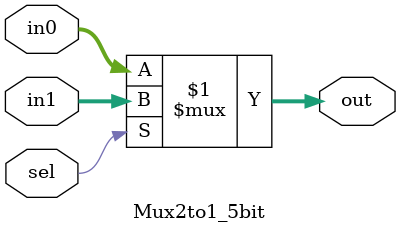
<source format=v>
`timescale 1ns/1ns
module Mux2to1_5bit (
    input [4:0] in0,
    input [4:0] in1,
    input sel,
    output [4:0] out
);
    assign out = (sel) ? in1 : in0;
endmodule
</source>
